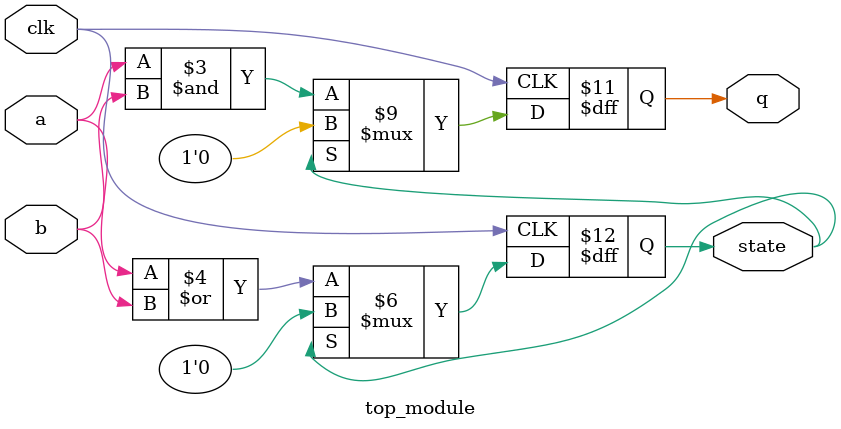
<source format=sv>
module top_module (
	input clk,
	input a,
	input b,
	output q,
	output state
);

reg q;
reg state;

// Flip-flop implementation
always @(posedge clk) begin
    if (state == 1'b0) begin
        q <= a & b;
        state <= a | b;
    end else begin
        q <= 1'b0;
        state <= 1'b0;
    end
end

endmodule

</source>
